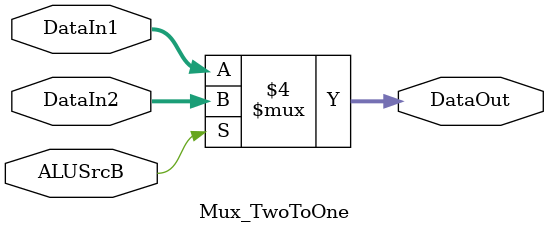
<source format=v>
`timescale 1ns / 1ps

module Mux_TwoToOne( ALUSrcB, DataIn1, DataIn2, DataOut );

    input ALUSrcB;
    input [31:0] DataIn1;
    input [31:0] DataIn2;
    output reg [31:0] DataOut;

    always@( ALUSrcB or DataIn1 or DataIn2 ) begin
        if ( ALUSrcB == 0 )
            DataOut = DataIn1;
        else
            DataOut = DataIn2;
    end

endmodule
</source>
